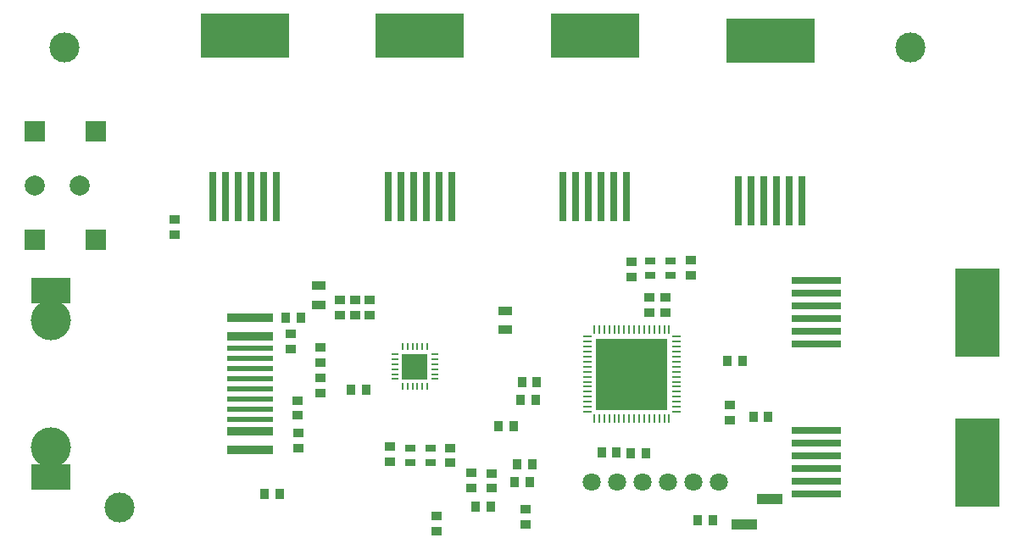
<source format=gts>
G04 (created by PCBNEW (2013-07-07 BZR 4022)-stable) date 8/5/2014 5:00:46 PM*
%MOIN*%
G04 Gerber Fmt 3.4, Leading zero omitted, Abs format*
%FSLAX34Y34*%
G01*
G70*
G90*
G04 APERTURE LIST*
%ADD10C,0.00590551*%
%ADD11R,0.00984252X0.0334646*%
%ADD12R,0.0334646X0.00984252*%
%ADD13R,0.281496X0.281496*%
%ADD14C,0.0708661*%
%ADD15C,0.0787*%
%ADD16R,0.0787X0.0787*%
%ADD17R,0.0394X0.0354*%
%ADD18R,0.0984X0.0984*%
%ADD19O,0.0098X0.0315*%
%ADD20O,0.0315X0.0098*%
%ADD21R,0.0354X0.0394*%
%ADD22R,0.055X0.035*%
%ADD23R,0.0393701X0.0314961*%
%ADD24R,0.1X0.039*%
%ADD25R,0.19685X0.0299213*%
%ADD26R,0.177165X0.346457*%
%ADD27R,0.0299213X0.19685*%
%ADD28R,0.346457X0.177165*%
%ADD29R,0.181102X0.0318898*%
%ADD30R,0.181102X0.0240157*%
%ADD31C,0.15748*%
%ADD32R,0.153543X0.0984252*%
%ADD33C,0.11811*%
G04 APERTURE END LIST*
G54D10*
G54D11*
X59807Y-37259D03*
X60003Y-37259D03*
X58625Y-37259D03*
X58822Y-37259D03*
X59216Y-37259D03*
X59019Y-37259D03*
X59610Y-37259D03*
X59413Y-37259D03*
X57838Y-37259D03*
X58035Y-37259D03*
X58429Y-37259D03*
X58232Y-37259D03*
X57444Y-37259D03*
X57641Y-37259D03*
X57248Y-37259D03*
X57051Y-37259D03*
G54D12*
X56775Y-36984D03*
X56775Y-36787D03*
X56775Y-36393D03*
X56775Y-36590D03*
X56775Y-35803D03*
X56775Y-35606D03*
X56775Y-36000D03*
X56775Y-36196D03*
X56775Y-34622D03*
X56775Y-34425D03*
X56775Y-35015D03*
X56775Y-34818D03*
X56775Y-35212D03*
X56775Y-35409D03*
X56775Y-34031D03*
X56775Y-34228D03*
G54D11*
X57051Y-33755D03*
X57248Y-33755D03*
X57641Y-33755D03*
X57444Y-33755D03*
X58232Y-33755D03*
X58429Y-33755D03*
X58035Y-33755D03*
X57838Y-33755D03*
X59413Y-33755D03*
X59610Y-33755D03*
X59019Y-33755D03*
X59216Y-33755D03*
X58822Y-33755D03*
X58625Y-33755D03*
X60003Y-33755D03*
X59807Y-33755D03*
G54D12*
X60279Y-34228D03*
X60279Y-34031D03*
X60279Y-35409D03*
X60279Y-35212D03*
X60279Y-34818D03*
X60279Y-35007D03*
X60279Y-34425D03*
X60279Y-34622D03*
X60279Y-36196D03*
X60279Y-36000D03*
X60279Y-35606D03*
X60279Y-35803D03*
X60279Y-36590D03*
X60279Y-36393D03*
X60279Y-36787D03*
X60279Y-36984D03*
G54D13*
X58527Y-35507D03*
G54D14*
X60940Y-39763D03*
X61940Y-39763D03*
X56948Y-39763D03*
X57948Y-39763D03*
X59944Y-39763D03*
X58944Y-39763D03*
G54D15*
X36811Y-28070D03*
G54D16*
X35039Y-25940D03*
X37441Y-25940D03*
X35039Y-30202D03*
X37441Y-30202D03*
G54D15*
X35039Y-28070D03*
G54D17*
X50846Y-41693D03*
X50846Y-41101D03*
X47047Y-32578D03*
X47047Y-33170D03*
X52224Y-39981D03*
X52224Y-39389D03*
G54D18*
X50003Y-35208D03*
G54D19*
X49511Y-35995D03*
X49708Y-35995D03*
X49905Y-35995D03*
X50101Y-35995D03*
X50298Y-35995D03*
X50495Y-35995D03*
G54D20*
X50790Y-35700D03*
X50790Y-35503D03*
X50790Y-35306D03*
X50790Y-35110D03*
X50790Y-34913D03*
X50790Y-34716D03*
G54D19*
X50495Y-34421D03*
X50298Y-34421D03*
X50101Y-34421D03*
X49905Y-34421D03*
X49708Y-34421D03*
X49511Y-34421D03*
G54D20*
X49216Y-34716D03*
X49216Y-34913D03*
X49216Y-35110D03*
X49216Y-35306D03*
X49216Y-35503D03*
X49216Y-35700D03*
G54D21*
X47491Y-36114D03*
X48083Y-36114D03*
G54D22*
X46220Y-32026D03*
X46220Y-32776D03*
G54D17*
X53031Y-40000D03*
X53031Y-39408D03*
X51377Y-38996D03*
X51377Y-38404D03*
X49035Y-38957D03*
X49035Y-38365D03*
X48228Y-32578D03*
X48228Y-33170D03*
X47637Y-32578D03*
X47637Y-33170D03*
X62401Y-36711D03*
X62401Y-37303D03*
X54350Y-41418D03*
X54350Y-40826D03*
G54D21*
X62894Y-35000D03*
X62302Y-35000D03*
G54D17*
X59842Y-32499D03*
X59842Y-33091D03*
X58533Y-31081D03*
X58533Y-31673D03*
X60866Y-31614D03*
X60866Y-31022D03*
X59212Y-32499D03*
X59212Y-33091D03*
G54D21*
X54626Y-39035D03*
X54034Y-39035D03*
X54528Y-39763D03*
X53936Y-39763D03*
X52973Y-40708D03*
X52381Y-40708D03*
X54803Y-35826D03*
X54211Y-35826D03*
X54744Y-36515D03*
X54152Y-36515D03*
X53878Y-37539D03*
X53286Y-37539D03*
G54D17*
X46283Y-35051D03*
X46283Y-34459D03*
X46291Y-35664D03*
X46291Y-36256D03*
X45385Y-37134D03*
X45385Y-36542D03*
X45405Y-37822D03*
X45405Y-38414D03*
G54D21*
X44693Y-40208D03*
X44101Y-40208D03*
X57341Y-38582D03*
X57933Y-38582D03*
X45516Y-33295D03*
X44924Y-33295D03*
G54D17*
X45106Y-34512D03*
X45106Y-33920D03*
G54D21*
X58483Y-38622D03*
X59075Y-38622D03*
G54D17*
X40551Y-30020D03*
X40551Y-29428D03*
G54D23*
X50610Y-38405D03*
X49822Y-38405D03*
X50610Y-38996D03*
X49822Y-38996D03*
X59251Y-31633D03*
X60039Y-31633D03*
X59251Y-31043D03*
X60039Y-31043D03*
G54D21*
X61121Y-41259D03*
X61713Y-41259D03*
G54D22*
X53543Y-33760D03*
X53543Y-33010D03*
G54D21*
X63306Y-37185D03*
X63898Y-37185D03*
G54D24*
X63964Y-40405D03*
X62964Y-41405D03*
G54D25*
X65787Y-37726D03*
X65787Y-38726D03*
X65787Y-39726D03*
X65787Y-39226D03*
X65787Y-40226D03*
X65787Y-38226D03*
G54D26*
X72106Y-38976D03*
G54D25*
X65787Y-31820D03*
X65787Y-32820D03*
X65787Y-33820D03*
X65787Y-33320D03*
X65787Y-34320D03*
X65787Y-32320D03*
G54D26*
X72106Y-33070D03*
G54D27*
X48946Y-28503D03*
X49946Y-28503D03*
X50946Y-28503D03*
X50446Y-28503D03*
X51446Y-28503D03*
X49446Y-28503D03*
G54D28*
X50196Y-22185D03*
G54D27*
X42057Y-28503D03*
X43057Y-28503D03*
X44057Y-28503D03*
X43557Y-28503D03*
X44557Y-28503D03*
X42557Y-28503D03*
G54D28*
X43307Y-22185D03*
G54D27*
X62726Y-28700D03*
X63726Y-28700D03*
X64726Y-28700D03*
X64226Y-28700D03*
X65226Y-28700D03*
X63226Y-28700D03*
G54D28*
X63976Y-22381D03*
G54D27*
X55836Y-28503D03*
X56836Y-28503D03*
X57836Y-28503D03*
X57336Y-28503D03*
X58336Y-28503D03*
X56336Y-28503D03*
G54D28*
X57086Y-22185D03*
G54D29*
X43523Y-33291D03*
X43523Y-34015D03*
G54D30*
X43523Y-34488D03*
X43523Y-34889D03*
X43523Y-35692D03*
X43523Y-37291D03*
X43523Y-36488D03*
G54D29*
X43523Y-38488D03*
X43523Y-37763D03*
G54D30*
X43523Y-36090D03*
X43523Y-36889D03*
G54D31*
X35681Y-38389D03*
X35681Y-33389D03*
G54D30*
X43523Y-35291D03*
G54D32*
X35681Y-32228D03*
X35681Y-39551D03*
G54D33*
X69488Y-22637D03*
X36220Y-22637D03*
X38385Y-40748D03*
M02*

</source>
